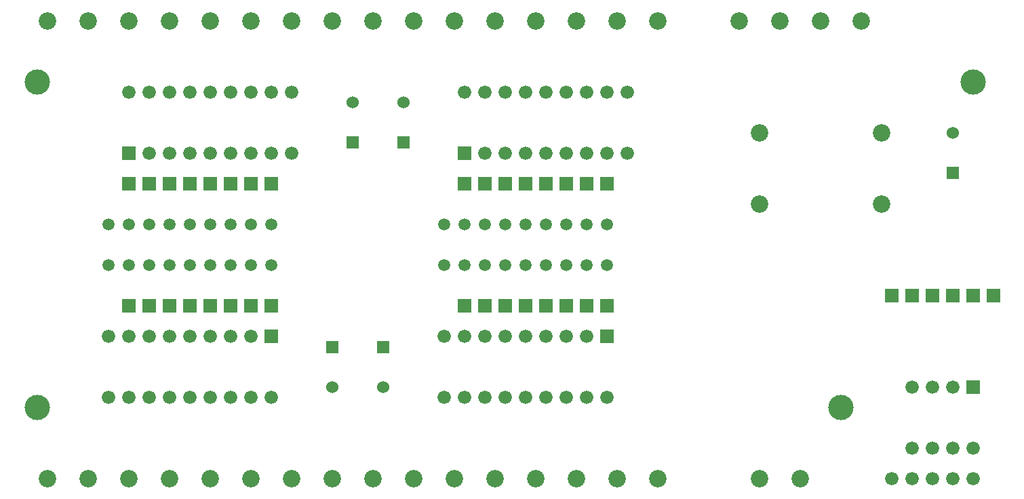
<source format=gbr>
%FSLAX35Y35*%
%MOIN*%
G04 EasyPC Gerber Version 18.0.8 Build 3632 *
%ADD23R,0.06000X0.06000*%
%ADD81R,0.06600X0.06600*%
%ADD82R,0.06600X0.06600*%
%ADD85C,0.05876*%
%ADD24C,0.06000*%
%ADD83C,0.06600*%
%ADD84C,0.08600*%
%ADD80C,0.12411*%
X0Y0D02*
D02*
D23*
X165250Y89935D03*
X175250Y190565D03*
X190250Y89935D03*
X200250Y190565D03*
X470250Y175565D03*
D02*
D24*
X165250Y70250D03*
X175250Y210250D03*
X190250Y70250D03*
X200250Y210250D03*
X470250Y195250D03*
D02*
D80*
X20250Y60250D03*
Y220250D03*
X415250Y60250D03*
X480250Y220250D03*
D02*
D81*
X65250Y110250D03*
Y170250D03*
X75250Y110250D03*
Y170250D03*
X85250Y110250D03*
Y170250D03*
X95250Y110250D03*
Y170250D03*
X105250Y110250D03*
Y170250D03*
X115250Y110250D03*
Y170250D03*
X125250Y110250D03*
Y170250D03*
X135250Y110250D03*
Y170250D03*
X230250Y110250D03*
Y170250D03*
X240250Y110250D03*
Y170250D03*
X250250Y110250D03*
Y170250D03*
X260250Y110250D03*
Y170250D03*
X270250Y110250D03*
Y170250D03*
X280250Y110250D03*
Y170250D03*
X290250Y110250D03*
Y170250D03*
X300250Y110250D03*
Y170250D03*
X440250Y115250D03*
X450250D03*
X460250D03*
X470250D03*
X480250D03*
X490250D03*
D02*
D82*
X65250Y185250D03*
X135250Y95250D03*
X230250Y185250D03*
X300250Y95250D03*
X480250Y70250D03*
D02*
D83*
X55250Y65250D03*
Y95250D03*
X65250Y65250D03*
Y95250D03*
Y215250D03*
X75250Y65250D03*
Y95250D03*
Y185250D03*
Y215250D03*
X85250Y65250D03*
Y95250D03*
Y185250D03*
Y215250D03*
X95250Y65250D03*
Y95250D03*
Y185250D03*
Y215250D03*
X105250Y65250D03*
Y95250D03*
Y185250D03*
Y215250D03*
X115250Y65250D03*
Y95250D03*
Y185250D03*
Y215250D03*
X125250Y65250D03*
Y95250D03*
Y185250D03*
Y215250D03*
X135250Y65250D03*
Y185250D03*
Y215250D03*
X145250Y185250D03*
Y215250D03*
X220250Y65250D03*
Y95250D03*
X230250Y65250D03*
Y95250D03*
Y215250D03*
X240250Y65250D03*
Y95250D03*
Y185250D03*
Y215250D03*
X250250Y65250D03*
Y95250D03*
Y185250D03*
Y215250D03*
X260250Y65250D03*
Y95250D03*
Y185250D03*
Y215250D03*
X270250Y65250D03*
Y95250D03*
Y185250D03*
Y215250D03*
X280250Y65250D03*
Y95250D03*
Y185250D03*
Y215250D03*
X290250Y65250D03*
Y95250D03*
Y185250D03*
Y215250D03*
X300250Y65250D03*
Y185250D03*
Y215250D03*
X310250Y185250D03*
Y215250D03*
X440250Y25250D03*
X450250D03*
Y40250D03*
Y70250D03*
X460250Y25250D03*
Y40250D03*
Y70250D03*
X470250Y25250D03*
Y40250D03*
Y70250D03*
X480250Y25250D03*
Y40250D03*
D02*
D84*
X25250Y25250D03*
Y250250D03*
X45250Y25250D03*
Y250250D03*
X65250Y25250D03*
Y250250D03*
X85250Y25250D03*
Y250250D03*
X105250Y25250D03*
Y250250D03*
X125250Y25250D03*
Y250250D03*
X145250Y25250D03*
Y250250D03*
X165250Y25250D03*
Y250250D03*
X185250Y25250D03*
Y250250D03*
X205250Y25250D03*
Y250250D03*
X225250Y25250D03*
Y250250D03*
X245250Y25250D03*
Y250250D03*
X265250Y25250D03*
Y250250D03*
X285250Y25250D03*
Y250250D03*
X305250Y25250D03*
Y250250D03*
X325250Y25250D03*
Y250250D03*
X365250D03*
X375250Y25250D03*
Y160250D03*
Y195250D03*
X385250Y250250D03*
X395250Y25250D03*
X405250Y250250D03*
X425250D03*
X435250Y160250D03*
Y195250D03*
D02*
D85*
X55250Y130250D03*
Y150250D03*
X65250Y130250D03*
Y150250D03*
X75250Y130250D03*
Y150250D03*
X85250Y130250D03*
Y150250D03*
X95250Y130250D03*
Y150250D03*
X105250Y130250D03*
Y150250D03*
X115250Y130250D03*
Y150250D03*
X125250Y130250D03*
Y150250D03*
X135250Y130250D03*
Y150250D03*
X220250Y130250D03*
Y150250D03*
X230250Y130250D03*
Y150250D03*
X240250Y130250D03*
Y150250D03*
X250250Y130250D03*
Y150250D03*
X260250Y130250D03*
Y150250D03*
X270250Y130250D03*
Y150250D03*
X280250Y130250D03*
Y150250D03*
X290250Y130250D03*
Y150250D03*
X300250Y130250D03*
Y150250D03*
X0Y0D02*
M02*

</source>
